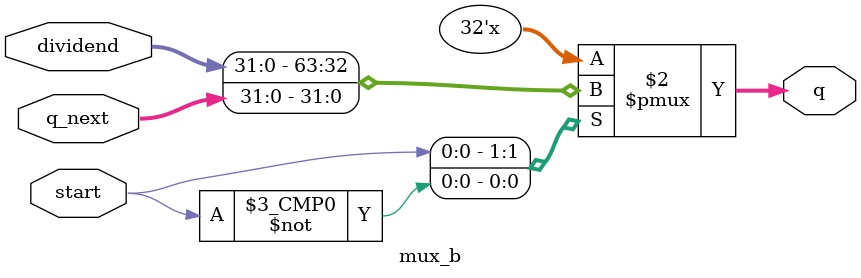
<source format=v>
`timescale 1ns / 1ps


module divider(
   input clk,
   input clear,
   input [31:0] a,
   input [15:0] b,
   input start,
 
   output reg [31:0]q,
   output reg [15:0]r,
   output reg ready,
   output reg busy,
   output reg [4:0] counter
);
 
   reg [16:0] result;
   reg [15:0] reg_r;
   reg [31:0] reg_q;
   
   wire[31:0] wire_q;
   wire[15:0] wire_r;
   wire[16:0] wire_result;
   
   subtractor sub(
       .r({reg_r, reg_q[31]}),
       .b({1'b0, b[15:0]}),
       .result(wire_result)
   );
   
   mux_a muxa(
       .remain({reg_r[14:0], reg_q[31]}),
       .change(wire_result[15:0]),
       .signal(wire_result[16]),
       .result(wire_r)
   );
 
   mux_b muxb(
       .dividend(a),
       .q_next({reg_q[30:0], ~wire_result[16]}),
       .start(start),
       .q(wire_q)
   );
 
always @(posedge clk) begin
 
   //if clear = 0: set evrything to zero (q,r,busy, counter, ready)
   
      
   if (clear == 0) begin
       reg_r = 0;
       reg_q = 0;
       busy = 0;
       counter = 0;
       ready = 0;  
   end
 
   //if start = 1: start division
   // set q = a and r = 0
   // set busy to 1
   else if (start == 1) begin
       reg_q = a;
       q = a;
       reg_r = 0;
       r = 0;
       ready <= 0;
       busy = 1;
   end   
 
   //if busy = 1: keep dividing
   //increment counter
   //check if counter is higher than 32
   //if so then divsion is done and set busy to 0 and clear to 0
   // set ready to 1

   else if(busy == 1) begin
       counter = counter + 1;
       reg_q = wire_q;
       q = wire_q;
       reg_r = wire_r;
       r = wire_r;
       result = wire_result;
   end
   
   //End division if counter reaches 0
   if(counter == 0 && ready == 0) begin
       busy = 0;
       ready = 1;
   end
end 
endmodule
 
// CREATE MODULE THAT DOES THIS:
   //result[16:0] = ({r[15:0], q[31]} - {1'b0, b[15:0]})

module subtractor (
   input [16:0] r,
   input [16:0] b,
   output reg [16:0] result
);
always @(*) begin
    result = r - b;
end
endmodule
 
// CREATE MODULE THAT DOES THIS:
   //check MSB of subtractor and
   // if == 1: r = {r[14:0], q[31]}
   // if == 0: r = result of subtractor without MSB. (result[15:0])
 
module mux_a (
   input [15:0] remain,
   input [15:0] change,
   input signal,
   output reg [15:0] result
);
always @(*) begin
   if(signal == 0) begin
       result = change;
   end
 
   else begin
       result = remain;
   end
end
endmodule
// CREATE A MODULE THAT DOES THIS:
   // intially, set q to a
   //q[31:0] <= a[31:0]
   //After each subtraction take MSB of result and set to LSB of q
   // q = {q[30:0], result[16]}
module mux_b(
   input [31:0] dividend,
   input [31:0] q_next,
   input start,
   output reg [31:0] q
);


always @* begin
   case(start)
       1'b1: q <= dividend;
       1'b0: q <= q_next;
   endcase
end
endmodule
</source>
